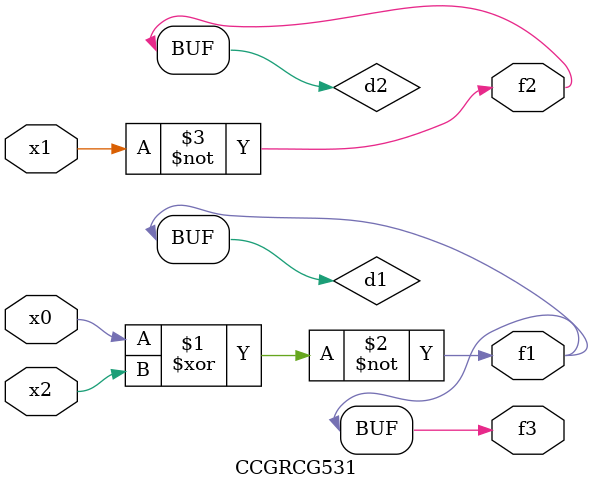
<source format=v>
module CCGRCG531(
	input x0, x1, x2,
	output f1, f2, f3
);

	wire d1, d2, d3;

	xnor (d1, x0, x2);
	nand (d2, x1);
	nor (d3, x1, x2);
	assign f1 = d1;
	assign f2 = d2;
	assign f3 = d1;
endmodule

</source>
